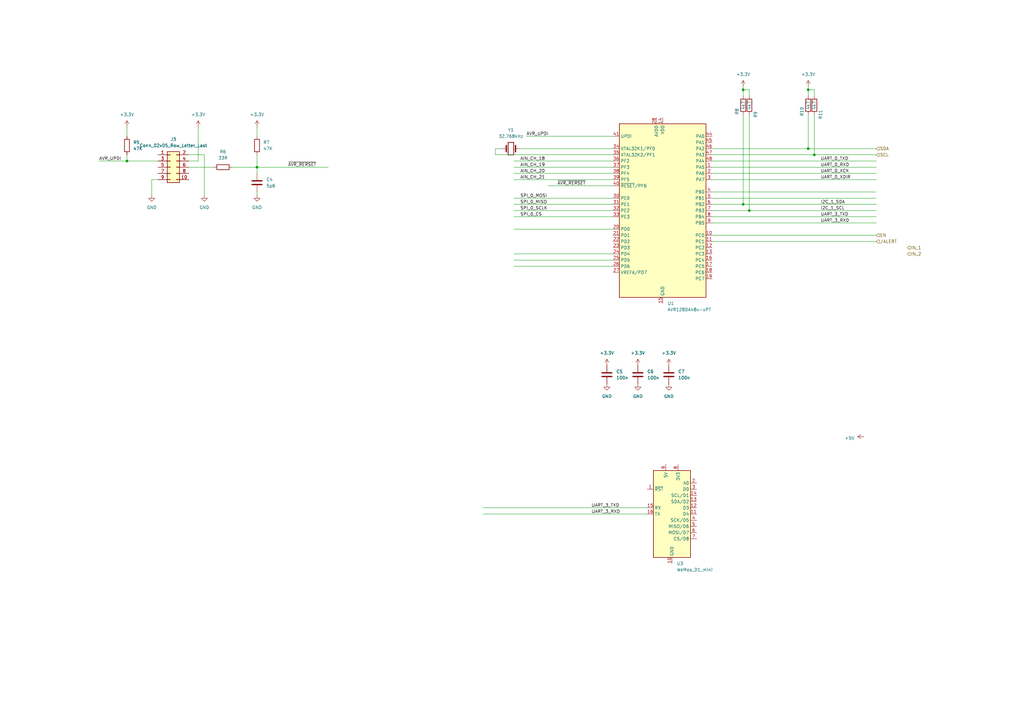
<source format=kicad_sch>
(kicad_sch (version 20230121) (generator eeschema)
  (paper "A3")
  (lib_symbols
    (symbol "Connector_Generic:Conn_02x05_Odd_Even" (pin_names (offset 1.016) hide)
      (property "Reference" "J" (at 1.27 7.62 0))
      (property "Value" "Conn_02x05_Odd_Even" (at 1.27 -7.62 0))
      (symbol "Conn_02x05_Odd_Even_1_1"
        (rectangle (start -1.27 -4.953) (end 0 -5.207) (stroke (width 0.1524)))
        (rectangle (start -1.27 -2.413) (end 0 -2.667) (stroke (width 0.1524)))
        (rectangle (start -1.27 0.127) (end 0 -0.127) (stroke (width 0.1524)))
        (rectangle (start -1.27 2.667) (end 0 2.413) (stroke (width 0.1524)))
        (rectangle (start -1.27 5.207) (end 0 4.953) (stroke (width 0.1524)))
        (rectangle (start -1.27 6.35) (end 3.81 -6.35) (stroke (width 0.254)) (fill (type background)))
        (rectangle (start 3.81 -4.953) (end 2.54 -5.207) (stroke (width 0.1524)))
        (rectangle (start 3.81 -2.413) (end 2.54 -2.667) (stroke (width 0.1524)))
        (rectangle (start 3.81 0.127) (end 2.54 -0.127) (stroke (width 0.1524)))
        (rectangle (start 3.81 2.667) (end 2.54 2.413) (stroke (width 0.1524)))
        (rectangle (start 3.81 5.207) (end 2.54 4.953) (stroke (width 0.1524)))
        (pin passive line (at -5.08 5.08 0) (length 3.81) (name "Pin_1") (number "1"))
        (pin passive line (at 7.62 -5.08 180) (length 3.81) (name "Pin_10") (number "10"))
        (pin passive line (at 7.62 5.08 180) (length 3.81) (name "Pin_2") (number "2"))
        (pin passive line (at -5.08 2.54 0) (length 3.81) (name "Pin_3") (number "3"))
        (pin passive line (at 7.62 2.54 180) (length 3.81) (name "Pin_4") (number "4"))
        (pin passive line (at -5.08 0 0) (length 3.81) (name "Pin_5") (number "5"))
        (pin passive line (at 7.62 0 180) (length 3.81) (name "Pin_6") (number "6"))
        (pin passive line (at -5.08 -2.54 0) (length 3.81) (name "Pin_7") (number "7"))
        (pin passive line (at 7.62 -2.54 180) (length 3.81) (name "Pin_8") (number "8"))
        (pin passive line (at -5.08 -5.08 0) (length 3.81) (name "Pin_9") (number "9"))
      )
    )
    (symbol "Device:C" (pin_numbers hide) (pin_names (offset 0.254))
      (property "Reference" "C" (at 0.635 2.54 0))
      (property "Value" "C" (at 0.635 -2.54 0))
      (symbol "C_0_1"
        (polyline (pts (xy -2.032 -0.762) (xy 2.032 -0.762)) (stroke (width 0.508)))
        (polyline (pts (xy -2.032 0.762) (xy 2.032 0.762)) (stroke (width 0.508)))
      )
      (symbol "C_1_1"
        (pin passive line (at 0 3.81 270) (length 2.794) (name "~") (number "1"))
        (pin passive line (at 0 -3.81 90) (length 2.794) (name "~") (number "2"))
      )
    )
    (symbol "Device:Crystal" (pin_numbers hide) (pin_names (offset 1.016) hide)
      (property "Reference" "Y" (at 0 3.81 0))
      (property "Value" "Crystal" (at 0 -3.81 0))
      (symbol "Crystal_0_1"
        (rectangle (start -1.143 2.54) (end 1.143 -2.54) (stroke (width 0.3048)))
        (polyline (pts (xy -2.54 0) (xy -1.905 0)))
        (polyline (pts (xy -1.905 -1.27) (xy -1.905 1.27)) (stroke (width 0.508)))
        (polyline (pts (xy 1.905 -1.27) (xy 1.905 1.27)) (stroke (width 0.508)))
        (polyline (pts (xy 2.54 0) (xy 1.905 0)))
      )
      (symbol "Crystal_1_1"
        (pin passive line (at -3.81 0 0) (length 1.27) (name "1") (number "1"))
        (pin passive line (at 3.81 0 180) (length 1.27) (name "2") (number "2"))
      )
    )
    (symbol "Device:R" (pin_numbers hide) (pin_names (offset 0))
      (property "Reference" "R" (at 2.032 0 90))
      (property "Value" "R" (at 0 0 90))
      (symbol "R_0_1"
        (rectangle (start -1.016 -2.54) (end 1.016 2.54) (stroke (width 0.254)))
      )
      (symbol "R_1_1"
        (pin passive line (at 0 3.81 270) (length 1.27) (name "~") (number "1"))
        (pin passive line (at 0 -3.81 90) (length 1.27) (name "~") (number "2"))
      )
    )
    (symbol "MCU_Microchip_AVR_Dx:AVR128DA48x-xPT"
      (property "Reference" "U" (at -17.78 36.83 0))
      (property "Value" "AVR128DA48x-xPT" (at 5.08 -36.83 0))
      (symbol "AVR128DA48x-xPT_0_1"
        (rectangle (start -17.78 35.56) (end 17.78 -35.56) (stroke (width 0.254)) (fill (type background)))
      )
      (symbol "AVR128DA48x-xPT_1_1"
        (pin bidirectional line (at 20.32 17.78 180) (length 2.54) (name "PA5") (number "1"))
        (pin bidirectional line (at 20.32 -10.16 180) (length 2.54) (name "PC0") (number "10"))
        (pin bidirectional line (at 20.32 -12.7 180) (length 2.54) (name "PC1") (number "11"))
        (pin bidirectional line (at 20.32 -15.24 180) (length 2.54) (name "PC2") (number "12"))
        (pin bidirectional line (at 20.32 -17.78 180) (length 2.54) (name "PC3") (number "13"))
        (pin power_in line (at 0 38.1 270) (length 2.54) (name "VDD") (number "14"))
        (pin power_in line (at 0 -38.1 90) (length 2.54) (name "GND") (number "15"))
        (pin bidirectional line (at 20.32 -20.32 180) (length 2.54) (name "PC4") (number "16"))
        (pin bidirectional line (at 20.32 -22.86 180) (length 2.54) (name "PC5") (number "17"))
        (pin bidirectional line (at 20.32 -25.4 180) (length 2.54) (name "PC6") (number "18"))
        (pin bidirectional line (at 20.32 -27.94 180) (length 2.54) (name "PC7") (number "19"))
        (pin bidirectional line (at 20.32 15.24 180) (length 2.54) (name "PA6") (number "2"))
        (pin bidirectional line (at -20.32 -7.62 0) (length 2.54) (name "PD0") (number "20"))
        (pin bidirectional line (at -20.32 -10.16 0) (length 2.54) (name "PD1") (number "21"))
        (pin bidirectional line (at -20.32 -12.7 0) (length 2.54) (name "PD2") (number "22"))
        (pin bidirectional line (at -20.32 -15.24 0) (length 2.54) (name "PD3") (number "23"))
        (pin bidirectional line (at -20.32 -17.78 0) (length 2.54) (name "PD4") (number "24"))
        (pin bidirectional line (at -20.32 -20.32 0) (length 2.54) (name "PD5") (number "25"))
        (pin bidirectional line (at -20.32 -22.86 0) (length 2.54) (name "PD6") (number "26"))
        (pin bidirectional line (at -20.32 -25.4 0) (length 2.54) (name "VREFA/PD7") (number "27"))
        (pin power_in line (at -2.54 38.1 270) (length 2.54) (name "AVDD") (number "28"))
        (pin passive line (at 0 -38.1 90) (length 2.54) hide (name "GND") (number "29"))
        (pin bidirectional line (at 20.32 12.7 180) (length 2.54) (name "PA7") (number "3"))
        (pin bidirectional line (at -20.32 5.08 0) (length 2.54) (name "PE0") (number "30"))
        (pin bidirectional line (at -20.32 2.54 0) (length 2.54) (name "PE1") (number "31"))
        (pin bidirectional line (at -20.32 0 0) (length 2.54) (name "PE2") (number "32"))
        (pin bidirectional line (at -20.32 -2.54 0) (length 2.54) (name "PE3") (number "33"))
        (pin bidirectional line (at -20.32 25.4 0) (length 2.54) (name "XTAL32K1/PF0") (number "34"))
        (pin bidirectional line (at -20.32 22.86 0) (length 2.54) (name "XTAL32K2/PF1") (number "35"))
        (pin bidirectional line (at -20.32 20.32 0) (length 2.54) (name "PF2") (number "36"))
        (pin bidirectional line (at -20.32 17.78 0) (length 2.54) (name "PF3") (number "37"))
        (pin bidirectional line (at -20.32 15.24 0) (length 2.54) (name "PF4") (number "38"))
        (pin bidirectional line (at -20.32 12.7 0) (length 2.54) (name "PF5") (number "39"))
        (pin bidirectional line (at 20.32 7.62 180) (length 2.54) (name "PB0") (number "4"))
        (pin bidirectional line (at -20.32 10.16 0) (length 2.54) (name "~{RESET}/PF6") (number "40"))
        (pin input line (at -20.32 30.48 0) (length 2.54) (name "UPDI") (number "41"))
        (pin passive line (at 0 38.1 270) (length 2.54) hide (name "VDD") (number "42"))
        (pin passive line (at 0 -38.1 90) (length 2.54) hide (name "GND") (number "43"))
        (pin bidirectional line (at 20.32 30.48 180) (length 2.54) (name "PA0") (number "44"))
        (pin bidirectional line (at 20.32 27.94 180) (length 2.54) (name "PA1") (number "45"))
        (pin bidirectional line (at 20.32 25.4 180) (length 2.54) (name "PA2") (number "46"))
        (pin bidirectional line (at 20.32 22.86 180) (length 2.54) (name "PA3") (number "47"))
        (pin bidirectional line (at 20.32 20.32 180) (length 2.54) (name "PA4") (number "48"))
        (pin bidirectional line (at 20.32 5.08 180) (length 2.54) (name "PB1") (number "5"))
        (pin bidirectional line (at 20.32 2.54 180) (length 2.54) (name "PB2") (number "6"))
        (pin bidirectional line (at 20.32 0 180) (length 2.54) (name "PB3") (number "7"))
        (pin bidirectional line (at 20.32 -2.54 180) (length 2.54) (name "PB4") (number "8"))
        (pin bidirectional line (at 20.32 -5.08 180) (length 2.54) (name "PB5") (number "9"))
      )
    )
    (symbol "MCU_Module:WeMos_D1_mini"
      (property "Reference" "U" (at 3.81 19.05 0))
      (property "Value" "WeMos_D1_mini" (at 1.27 -19.05 0))
      (symbol "WeMos_D1_mini_1_1"
        (rectangle (start -7.62 17.78) (end 7.62 -17.78) (stroke (width 0.254)) (fill (type background)))
        (pin input line (at -10.16 10.16 0) (length 2.54) (name "~{RST}") (number "1"))
        (pin power_in line (at 0 -20.32 90) (length 2.54) (name "GND") (number "10"))
        (pin bidirectional line (at 10.16 0 180) (length 2.54) (name "D4") (number "11"))
        (pin bidirectional line (at 10.16 2.54 180) (length 2.54) (name "D3") (number "12"))
        (pin bidirectional line (at 10.16 5.08 180) (length 2.54) (name "SDA/D2") (number "13"))
        (pin bidirectional line (at 10.16 7.62 180) (length 2.54) (name "SCL/D1") (number "14"))
        (pin input line (at -10.16 2.54 0) (length 2.54) (name "RX") (number "15"))
        (pin output line (at -10.16 0 0) (length 2.54) (name "TX") (number "16"))
        (pin input line (at 10.16 12.7 180) (length 2.54) (name "A0") (number "2"))
        (pin bidirectional line (at 10.16 10.16 180) (length 2.54) (name "D0") (number "3"))
        (pin bidirectional line (at 10.16 -2.54 180) (length 2.54) (name "SCK/D5") (number "4"))
        (pin bidirectional line (at 10.16 -5.08 180) (length 2.54) (name "MISO/D6") (number "5"))
        (pin bidirectional line (at 10.16 -7.62 180) (length 2.54) (name "MOSI/D7") (number "6"))
        (pin bidirectional line (at 10.16 -10.16 180) (length 2.54) (name "CS/D8") (number "7"))
        (pin power_out line (at 2.54 20.32 270) (length 2.54) (name "3V3") (number "8"))
        (pin power_in line (at -2.54 20.32 270) (length 2.54) (name "5V") (number "9"))
      )
    )
    (symbol "power:+3.3V" (power) (pin_names (offset 0))
      (property "Value" "+3.3V" (at 0 3.556 0))
      (symbol "+3.3V_0_1"
        (polyline (pts (xy -0.762 1.27) (xy 0 2.54)))
        (polyline (pts (xy 0 0) (xy 0 2.54)))
        (polyline (pts (xy 0 2.54) (xy 0.762 1.27)))
      )
      (symbol "+3.3V_1_1"
        (pin power_in line (at 0 0 90) (length 0) hide (name "+3.3V") (number "1"))
      )
    )
    (symbol "power:+5V" (power) (pin_names (offset 0))
      (property "Value" "+5V" (at 0 3.556 0))
      (symbol "+5V_0_1"
        (polyline (pts (xy -0.762 1.27) (xy 0 2.54)))
        (polyline (pts (xy 0 0) (xy 0 2.54)))
        (polyline (pts (xy 0 2.54) (xy 0.762 1.27)))
      )
      (symbol "+5V_1_1"
        (pin power_in line (at 0 0 90) (length 0) hide (name "+5V") (number "1"))
      )
    )
    (symbol "power:GND" (power) (pin_names (offset 0))
      (property "Value" "GND" (at 0 -3.81 0))
      (symbol "GND_0_1"
        (polyline (pts (xy 0 0) (xy 0 -1.27) (xy 1.27 -1.27) (xy 0 -2.54) (xy -1.27 -1.27) (xy 0 -1.27)))
      )
      (symbol "GND_1_1"
        (pin power_in line (at 0 0 270) (length 0) hide (name "GND") (number "1"))
      )
    )
  )
  (junction (at 331.47 36.83))
  (junction (at 105.41 68.58))
  (junction (at 304.8 36.83))
  (junction (at 334.01 63.5))
  (junction (at 307.34 86.36))
  (junction (at 304.8 83.82))
  (junction (at 331.47 60.96))
  (junction (at 52.07 66.04))
  (wire (pts (xy 210.82 68.58) (xy 251.46 68.58)))
  (wire (pts (xy 224.79 76.2) (xy 251.46 76.2)))
  (wire (pts (xy 105.41 63.5) (xy 105.41 68.58)))
  (wire (pts (xy 210.82 93.98) (xy 251.46 93.98)))
  (wire (pts (xy 292.1 71.12) (xy 359.41 71.12)))
  (wire (pts (xy 210.82 88.9) (xy 251.46 88.9)))
  (wire (pts (xy 77.47 63.5) (xy 83.82 63.5)))
  (wire (pts (xy 64.77 73.66) (xy 62.23 73.66)))
  (wire (pts (xy 304.8 35.56) (xy 304.8 36.83)))
  (wire (pts (xy 331.47 36.83) (xy 331.47 39.37)))
  (wire (pts (xy 52.07 66.04) (xy 64.77 66.04)))
  (wire (pts (xy 292.1 91.44) (xy 359.41 91.44)))
  (wire (pts (xy 40.64 66.04) (xy 52.07 66.04)))
  (wire (pts (xy 292.1 60.96) (xy 331.47 60.96)))
  (wire (pts (xy 210.82 86.36) (xy 251.46 86.36)))
  (wire (pts (xy 304.8 46.99) (xy 304.8 83.82)))
  (wire (pts (xy 331.47 60.96) (xy 359.41 60.96)))
  (wire (pts (xy 307.34 39.37) (xy 307.34 36.83)))
  (wire (pts (xy 307.34 86.36) (xy 359.41 86.36)))
  (wire (pts (xy 105.41 80.01) (xy 105.41 78.74)))
  (wire (pts (xy 203.2 60.96) (xy 205.74 60.96)))
  (wire (pts (xy 210.82 66.04) (xy 251.46 66.04)))
  (wire (pts (xy 331.47 46.99) (xy 331.47 60.96)))
  (wire (pts (xy 292.1 81.28) (xy 359.41 81.28)))
  (wire (pts (xy 292.1 99.06) (xy 359.41 99.06)))
  (wire (pts (xy 77.47 66.04) (xy 81.28 66.04)))
  (wire (pts (xy 203.2 63.5) (xy 203.2 60.96)))
  (wire (pts (xy 292.1 68.58) (xy 359.41 68.58)))
  (wire (pts (xy 213.36 60.96) (xy 251.46 60.96)))
  (wire (pts (xy 215.9 55.88) (xy 251.46 55.88)))
  (wire (pts (xy 77.47 68.58) (xy 87.63 68.58)))
  (wire (pts (xy 292.1 63.5) (xy 334.01 63.5)))
  (wire (pts (xy 292.1 78.74) (xy 359.41 78.74)))
  (wire (pts (xy 307.34 36.83) (xy 304.8 36.83)))
  (wire (pts (xy 95.25 68.58) (xy 105.41 68.58)))
  (wire (pts (xy 210.82 83.82) (xy 251.46 83.82)))
  (wire (pts (xy 334.01 63.5) (xy 359.41 63.5)))
  (wire (pts (xy 83.82 63.5) (xy 83.82 80.01)))
  (wire (pts (xy 292.1 86.36) (xy 307.34 86.36)))
  (wire (pts (xy 81.28 52.07) (xy 81.28 66.04)))
  (wire (pts (xy 210.82 73.66) (xy 251.46 73.66)))
  (wire (pts (xy 210.82 71.12) (xy 251.46 71.12)))
  (wire (pts (xy 334.01 46.99) (xy 334.01 63.5)))
  (wire (pts (xy 292.1 73.66) (xy 359.41 73.66)))
  (wire (pts (xy 307.34 46.99) (xy 307.34 86.36)))
  (wire (pts (xy 105.41 68.58) (xy 134.62 68.58)))
  (wire (pts (xy 52.07 52.07) (xy 52.07 55.88)))
  (wire (pts (xy 334.01 39.37) (xy 334.01 36.83)))
  (wire (pts (xy 198.12 210.82) (xy 265.43 210.82)))
  (wire (pts (xy 62.23 73.66) (xy 62.23 80.01)))
  (wire (pts (xy 334.01 36.83) (xy 331.47 36.83)))
  (wire (pts (xy 210.82 104.14) (xy 251.46 104.14)))
  (wire (pts (xy 210.82 109.22) (xy 251.46 109.22)))
  (wire (pts (xy 105.41 68.58) (xy 105.41 71.12)))
  (wire (pts (xy 292.1 88.9) (xy 359.41 88.9)))
  (wire (pts (xy 304.8 36.83) (xy 304.8 39.37)))
  (wire (pts (xy 210.82 81.28) (xy 251.46 81.28)))
  (wire (pts (xy 210.82 106.68) (xy 251.46 106.68)))
  (wire (pts (xy 105.41 52.07) (xy 105.41 55.88)))
  (wire (pts (xy 292.1 83.82) (xy 304.8 83.82)))
  (wire (pts (xy 292.1 66.04) (xy 359.41 66.04)))
  (wire (pts (xy 52.07 63.5) (xy 52.07 66.04)))
  (wire (pts (xy 198.12 208.28) (xy 265.43 208.28)))
  (wire (pts (xy 203.2 63.5) (xy 251.46 63.5)))
  (wire (pts (xy 304.8 83.82) (xy 359.41 83.82)))
  (wire (pts (xy 292.1 96.52) (xy 359.41 96.52)))
  (wire (pts (xy 331.47 35.56) (xy 331.47 36.83)))
  (label "UART_0_XCK" (at 336.55 71.12 0))
  (label "UART_3_TXD" (at 242.57 208.28 0))
  (label "UART_3_TXD" (at 336.55 88.9 0))
  (label "UART_3_RXD" (at 336.55 91.44 0))
  (label "AIN_CH_21" (at 213.36 73.66 0))
  (label "AVR_UPDI" (at 215.9 55.88 0))
  (label "UART_0_TXD" (at 336.55 66.04 0))
  (label "UART_0_XDIR" (at 336.55 73.66 0))
  (label "SPI_0_MISO" (at 213.36 83.82 0))
  (label "SPI_0_CS" (at 213.36 88.9 0))
  (label "SPI_0_SCLK" (at 213.36 86.36 0))
  (label "AIN_CH_18" (at 213.36 66.04 0))
  (label "UART_3_RXD" (at 242.57 210.82 0))
  (label "AVR_UPDI" (at 40.64 66.04 0))
  (label "AIN_CH_19" (at 213.36 68.58 0))
  (label "SPI_0_MOSI" (at 213.36 81.28 0))
  (label "~{AVR_RERSET}" (at 228.6 76.2 0))
  (label "I2C_1_SDA" (at 336.55 83.82 0))
  (label "I2C_1_SCL" (at 336.55 86.36 0))
  (label "UART_0_RXD" (at 336.55 68.58 0))
  (label "~{AVR_RERSET}" (at 118.11 68.58 0))
  (label "AIN_CH_20" (at 213.36 71.12 0))
  (hierarchical_label "SCL" (shape input) (at 359.41 63.5 0))
  (hierarchical_label "SDA" (shape input) (at 359.41 60.96 0))
  (hierarchical_label "EN" (shape input) (at 359.41 96.52 0))
  (hierarchical_label "IN_1" (shape input) (at 372.11 101.6 0))
  (hierarchical_label "IN_2" (shape input) (at 372.11 104.14 0))
  (hierarchical_label "{slash}ALERT" (shape input) (at 359.41 99.06 0))
  (symbol (lib_id "power:+3.3V") (at 105.41 52.07 0) (unit 1)
    (property "Reference" "#PWR014" (effects hide))
    (property "Value" "+3.3V" (at 105.41 46.99 0))
    (instances (project "Perimeter Sender" (path "" (reference "#PWR014") (unit 1))) (project "RoboticLawnMower" (path "" (reference "#PWR045") (unit 1))))
  )
  (symbol (lib_id "power:+3.3V") (at 274.32 149.86 0) (unit 1)
    (property "Reference" "#PWR020" (effects hide))
    (property "Value" "+3.3V" (at 274.32 144.78 0))
    (instances (project "Perimeter Sender" (path "" (reference "#PWR020") (unit 1))) (project "RoboticLawnMower" (path "" (reference "#PWR0148") (unit 1))))
  )
  (symbol (lib_id "Device:R") (at 307.34 43.18 180) (unit 1)
    (property "Reference" "R9" (at 309.88 46.99 90))
    (property "Value" "4k7" (at 307.34 43.18 90))
    (property "Footprint" "Resistor_SMD:R_0603_1608Metric" (effects hide))
    (instances (project "Perimeter Sender" (path "" (reference "R9") (unit 1))) (project "RoboticLawnMower" (path "" (reference "R42") (unit 1))))
  )
  (symbol (lib_id "Device:R") (at 331.47 43.18 180) (unit 1)
    (property "Reference" "R10" (at 328.93 45.72 90))
    (property "Value" "4k7" (at 331.47 43.18 90))
    (property "Footprint" "Resistor_SMD:R_0603_1608Metric" (effects hide))
    (instances (project "Perimeter Sender" (path "" (reference "R10") (unit 1))) (project "RoboticLawnMower" (path "" (reference "R59") (unit 1))))
  )
  (symbol (lib_id "Connector_Generic:Conn_02x05_Odd_Even") (at 69.85 68.58 0) (unit 1)
    (property "Reference" "J3" (at 71.12 57.15 0))
    (property "Value" "Conn_02x05_Row_Letter_Last" (at 71.12 59.69 0))
    (property "Footprint" "Connector_PinHeader_1.27mm:PinHeader_2x05_P1.27mm_Vertical_SMD" (effects hide))
    (instances (project "Perimeter Sender" (path "" (reference "J3") (unit 1))) (project "RoboticLawnMower" (path "" (reference "J12") (unit 1))))
  )
  (symbol (lib_id "power:GND") (at 83.82 80.01 0) (unit 1)
    (property "Reference" "#PWR013" (effects hide))
    (property "Value" "GND" (at 83.82 85.09 0))
    (instances (project "Perimeter Sender" (path "" (reference "#PWR013") (unit 1))) (project "RoboticLawnMower" (path "" (reference "#PWR044") (unit 1))))
  )
  (symbol (lib_id "power:+3.3V") (at 304.8 35.56 0) (unit 1)
    (property "Reference" "#PWR022" (effects hide))
    (property "Value" "+3.3V" (at 304.8 30.48 0))
    (instances (project "Perimeter Sender" (path "" (reference "#PWR022") (unit 1))) (project "RoboticLawnMower" (path "" (reference "#PWR070") (unit 1))))
  )
  (symbol (lib_id "Device:R") (at 334.01 43.18 180) (unit 1)
    (property "Reference" "R11" (at 336.55 46.99 90))
    (property "Value" "4k7" (at 334.01 43.18 90))
    (property "Footprint" "Resistor_SMD:R_0603_1608Metric" (effects hide))
    (instances (project "Perimeter Sender" (path "" (reference "R11") (unit 1))) (project "RoboticLawnMower" (path "" (reference "R61") (unit 1))))
  )
  (symbol (lib_id "power:GND") (at 105.41 80.01 0) (unit 1)
    (property "Reference" "#PWR015" (effects hide))
    (property "Value" "GND" (at 105.41 85.09 0))
    (instances (project "Perimeter Sender" (path "" (reference "#PWR015") (unit 1))) (project "RoboticLawnMower" (path "" (reference "#PWR046") (unit 1))))
  )
  (symbol (lib_id "power:GND") (at 274.32 157.48 0) (unit 1)
    (property "Reference" "#PWR021" (effects hide))
    (property "Value" "GND" (at 274.32 162.56 0))
    (instances (project "Perimeter Sender" (path "" (reference "#PWR021") (unit 1))) (project "RoboticLawnMower" (path "" (reference "#PWR0153") (unit 1))))
  )
  (symbol (lib_id "Device:Crystal") (at 209.55 60.96 0) (unit 1)
    (property "Reference" "Y1" (at 209.55 53.34 0))
    (property "Value" "32.768kHz" (at 209.55 55.88 0))
    (property "Footprint" "Crystal:Crystal_SMD_3215-2Pin_3.2x1.5mm" (effects hide))
  )
  (symbol (lib_id "power:GND") (at 248.92 157.48 0) (unit 1)
    (property "Reference" "#PWR017" (effects hide))
    (property "Value" "GND" (at 248.92 162.56 0))
    (instances (project "Perimeter Sender" (path "" (reference "#PWR017") (unit 1))) (project "RoboticLawnMower" (path "" (reference "#PWR0151") (unit 1))))
  )
  (symbol (lib_id "Device:C") (at 261.62 153.67 0) (unit 1)
    (property "Reference" "C6" (at 265.43 152.3999 0) (effects (justify left)))
    (property "Value" "100n" (at 265.43 154.9399 0) (effects (justify left)))
    (property "Footprint" "Capacitor_SMD:C_0603_1608Metric" (effects hide))
    (instances (project "Perimeter Sender" (path "" (reference "C6") (unit 1))) (project "RoboticLawnMower" (path "" (reference "C13") (unit 1))))
  )
  (symbol (lib_id "Device:C") (at 248.92 153.67 0) (unit 1)
    (property "Reference" "C5" (at 252.73 152.3999 0) (effects (justify left)))
    (property "Value" "100n" (at 252.73 154.9399 0) (effects (justify left)))
    (property "Footprint" "Capacitor_SMD:C_0603_1608Metric" (effects hide))
    (instances (project "Perimeter Sender" (path "" (reference "C5") (unit 1))) (project "RoboticLawnMower" (path "" (reference "C11") (unit 1))))
  )
  (symbol (lib_id "power:+3.3V") (at 81.28 52.07 0) (unit 1)
    (property "Reference" "#PWR012" (effects hide))
    (property "Value" "+3.3V" (at 81.28 46.99 0))
    (instances (project "Perimeter Sender" (path "" (reference "#PWR012") (unit 1))) (project "RoboticLawnMower" (path "" (reference "#PWR043") (unit 1))))
  )
  (symbol (lib_id "Device:C") (at 274.32 153.67 0) (unit 1)
    (property "Reference" "C7" (at 278.13 152.3999 0) (effects (justify left)))
    (property "Value" "100n" (at 278.13 154.9399 0) (effects (justify left)))
    (property "Footprint" "Capacitor_SMD:C_0603_1608Metric" (effects hide))
    (instances (project "Perimeter Sender" (path "" (reference "C7") (unit 1))) (project "RoboticLawnMower" (path "" (reference "C23") (unit 1))))
  )
  (symbol (lib_id "Device:C") (at 105.41 74.93 0) (unit 1)
    (property "Reference" "C4" (at 109.22 73.6599 0) (effects (justify left)))
    (property "Value" "5p6" (at 109.22 76.1999 0) (effects (justify left)))
    (property "Footprint" "Capacitor_SMD:C_0603_1608Metric" (effects hide))
    (instances (project "Perimeter Sender" (path "" (reference "C4") (unit 1))) (project "RoboticLawnMower" (path "" (reference "C25") (unit 1))))
  )
  (symbol (lib_id "power:GND") (at 62.23 80.01 0) (unit 1)
    (property "Reference" "#PWR011" (effects hide))
    (property "Value" "GND" (at 62.23 85.09 0))
    (instances (project "Perimeter Sender" (path "" (reference "#PWR011") (unit 1))) (project "RoboticLawnMower" (path "" (reference "#PWR042") (unit 1))))
  )
  (symbol (lib_id "power:+3.3V") (at 52.07 52.07 0) (unit 1)
    (property "Reference" "#PWR010" (effects hide))
    (property "Value" "+3.3V" (at 52.07 46.99 0))
    (instances (project "Perimeter Sender" (path "" (reference "#PWR010") (unit 1))) (project "RoboticLawnMower" (path "" (reference "#PWR041") (unit 1))))
  )
  (symbol (lib_id "MCU_Module:WeMos_D1_mini") (at 275.59 210.82 0) (unit 1)
    (property "Reference" "U3" (at 277.5459 231.14 0) (effects (justify left)))
    (property "Value" "WeMos_D1_mini" (at 277.5459 233.68 0) (effects (justify left)))
    (property "Footprint" "Module:WEMOS_D1_mini_light" (effects hide))
    (property "Datasheet" "https://wiki.wemos.cc/products:d1:d1_mini#documentation" (effects hide))
  )
  (symbol (lib_id "Device:R") (at 52.07 59.69 0) (unit 1)
    (property "Reference" "R5" (at 54.61 58.4199 0) (effects (justify left)))
    (property "Value" "47K" (at 54.61 60.9599 0) (effects (justify left)))
    (property "Footprint" "Resistor_SMD:R_0603_1608Metric" (effects hide))
    (instances (project "Perimeter Sender" (path "" (reference "R5") (unit 1))) (project "RoboticLawnMower" (path "" (reference "R26") (unit 1))))
  )
  (symbol (lib_id "power:+3.3V") (at 331.47 35.56 0) (unit 1)
    (property "Reference" "#PWR023" (effects hide))
    (property "Value" "+3.3V" (at 331.47 30.48 0))
    (instances (project "Perimeter Sender" (path "" (reference "#PWR023") (unit 1))) (project "RoboticLawnMower" (path "" (reference "#PWR01") (unit 1))))
  )
  (symbol (lib_id "MCU_Microchip_AVR_Dx:AVR128DA48x-xPT") (at 271.78 86.36 0) (unit 1)
    (property "Reference" "U1" (at 273.7359 124.46 0) (effects (justify left)))
    (property "Value" "AVR128DA48x-xPT" (at 273.7359 127 0) (effects (justify left)))
    (property "Footprint" "Package_QFP:TQFP-48_7x7mm_P0.5mm" (effects hide))
    (property "Datasheet" "https://ww1.microchip.com/downloads/en/DeviceDoc/AVR128DA28-32-48-64-DataSheet-DS40002183B.pdf" (effects hide))
  )
  (symbol (lib_id "power:+5V") (at 354.33 179.07 90) (unit 1)
    (property "Reference" "#PWR02" (effects hide))
    (property "Value" "+5V" (at 350.52 179.705 90) (effects (justify left)))
    (instances (project "Perimeter Sender" (path "" (reference "#PWR02") (unit 1)) (path "" (reference "#PWR03") (unit 1))))
  )
  (symbol (lib_id "Device:R") (at 304.8 43.18 180) (unit 1)
    (property "Reference" "R8" (at 302.26 45.72 90))
    (property "Value" "4k7" (at 304.8 43.18 90))
    (property "Footprint" "Resistor_SMD:R_0603_1608Metric" (effects hide))
    (instances (project "Perimeter Sender" (path "" (reference "R8") (unit 1))) (project "RoboticLawnMower" (path "" (reference "R41") (unit 1))))
  )
  (symbol (lib_id "Device:R") (at 105.41 59.69 0) (unit 1)
    (property "Reference" "R7" (at 107.95 58.4199 0) (effects (justify left)))
    (property "Value" "47K" (at 107.95 60.9599 0) (effects (justify left)))
    (property "Footprint" "Resistor_SMD:R_0603_1608Metric" (effects hide))
    (instances (project "Perimeter Sender" (path "" (reference "R7") (unit 1))) (project "RoboticLawnMower" (path "" (reference "R28") (unit 1))))
  )
  (symbol (lib_id "Device:R") (at 91.44 68.58 90) (unit 1)
    (property "Reference" "R6" (at 91.44 62.23 90))
    (property "Value" "33R" (at 91.44 64.77 90))
    (property "Footprint" "Resistor_SMD:R_0603_1608Metric" (effects hide))
    (instances (project "Perimeter Sender" (path "" (reference "R6") (unit 1))) (project "RoboticLawnMower" (path "" (reference "R27") (unit 1))))
  )
  (symbol (lib_id "power:+3.3V") (at 261.62 149.86 0) (unit 1)
    (property "Reference" "#PWR018" (effects hide))
    (property "Value" "+3.3V" (at 261.62 144.78 0))
    (instances (project "Perimeter Sender" (path "" (reference "#PWR018") (unit 1))) (project "RoboticLawnMower" (path "" (reference "#PWR0150") (unit 1))))
  )
  (symbol (lib_id "power:GND") (at 261.62 157.48 0) (unit 1)
    (property "Reference" "#PWR019" (effects hide))
    (property "Value" "GND" (at 261.62 162.56 0))
    (instances (project "Perimeter Sender" (path "" (reference "#PWR019") (unit 1))) (project "RoboticLawnMower" (path "" (reference "#PWR0152") (unit 1))))
  )
  (symbol (lib_id "power:+3.3V") (at 248.92 149.86 0) (unit 1)
    (property "Reference" "#PWR016" (effects hide))
    (property "Value" "+3.3V" (at 248.92 144.78 0))
    (instances (project "Perimeter Sender" (path "" (reference "#PWR016") (unit 1))) (project "RoboticLawnMower" (path "" (reference "#PWR0149") (unit 1))))
  )
)
</source>
